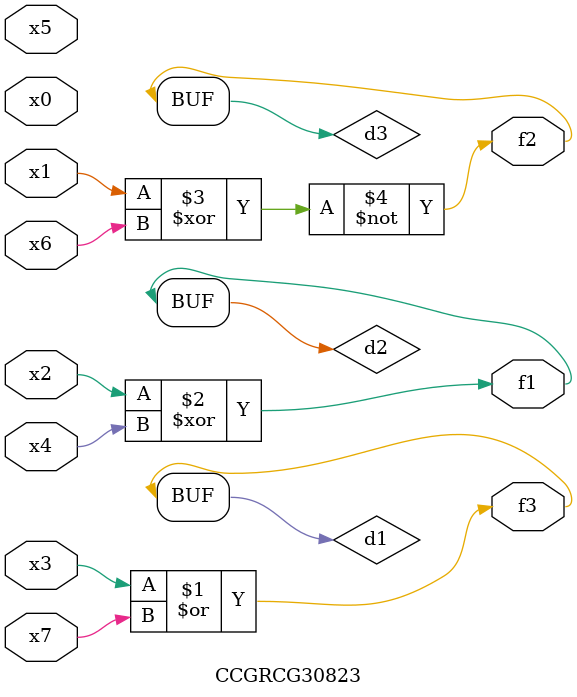
<source format=v>
module CCGRCG30823(
	input x0, x1, x2, x3, x4, x5, x6, x7,
	output f1, f2, f3
);

	wire d1, d2, d3;

	or (d1, x3, x7);
	xor (d2, x2, x4);
	xnor (d3, x1, x6);
	assign f1 = d2;
	assign f2 = d3;
	assign f3 = d1;
endmodule

</source>
